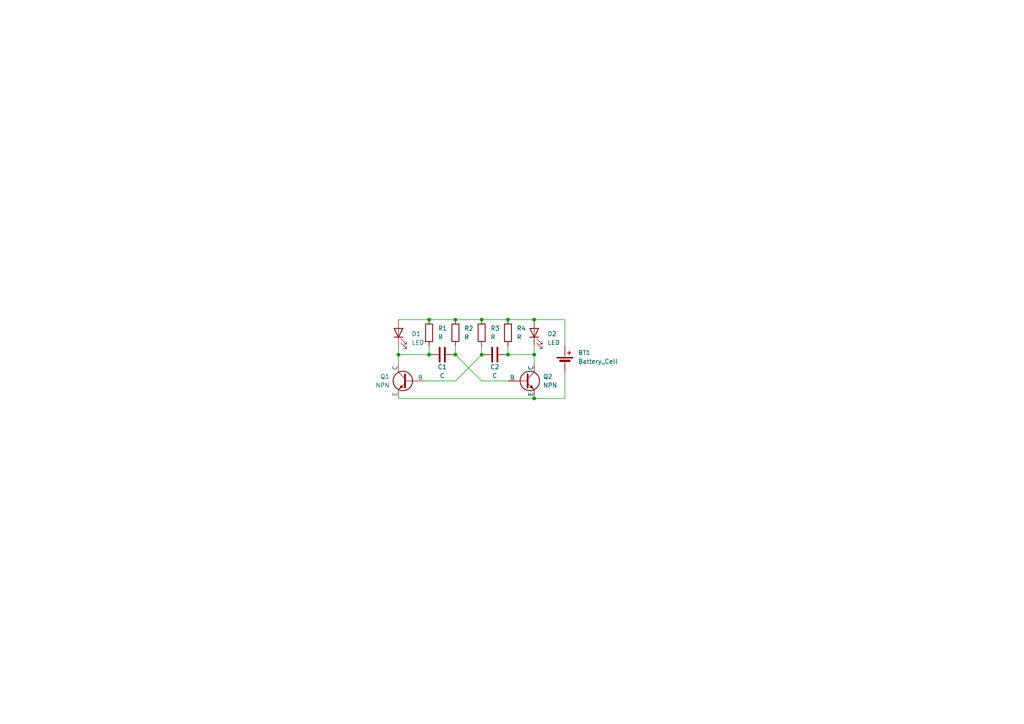
<source format=kicad_sch>
(kicad_sch (version 20250114) (generator "eeschema") (generator_version "9.0")
  (paper "A4")
  (lib_symbols
    (symbol "Device:Battery_Cell" (pin_numbers (hide yes)) (pin_names (offset 0) (hide yes))
      (property "Reference" "BT" (at 2.54 2.54 0))
      (property "Value" "Battery_Cell" (at 2.54 0 0))
      (symbol "Battery_Cell_0_1"
        (rectangle (start -2.286 1.778) (end 2.286 1.524) (fill (type outline)))
        (rectangle (start -1.524 1.016) (end 1.524 0.508) (fill (type outline)))
        (polyline (pts (xy 0 1.778) (xy 0 2.54)))
        (polyline (pts (xy 0 0.762) (xy 0 0)))
        (polyline (pts (xy 0.762 3.048) (xy 1.778 3.048)) (stroke (width 0.254)))
        (polyline (pts (xy 1.27 3.556) (xy 1.27 2.54)) (stroke (width 0.254)))
      )
      (symbol "Battery_Cell_1_1"
        (pin passive line (at 0 5.08 270) (length 2.54) (name "+") (number "1"))
        (pin passive line (at 0 -2.54 90) (length 2.54) (name "-") (number "2"))
      )
    )
    (symbol "Device:C" (pin_numbers (hide yes)) (pin_names (offset 0.254))
      (property "Reference" "C" (at 0.635 2.54 0))
      (property "Value" "C" (at 0.635 -2.54 0))
      (symbol "C_0_1"
        (polyline (pts (xy -2.032 0.762) (xy 2.032 0.762)) (stroke (width 0.508)))
        (polyline (pts (xy -2.032 -0.762) (xy 2.032 -0.762)) (stroke (width 0.508)))
      )
      (symbol "C_1_1"
        (pin passive line (at 0 3.81 270) (length 2.794) (name "~") (number "1"))
        (pin passive line (at 0 -3.81 90) (length 2.794) (name "~") (number "2"))
      )
    )
    (symbol "Device:LED" (pin_numbers (hide yes)) (pin_names (offset 1.016) (hide yes))
      (property "Reference" "D" (at 0 2.54 0))
      (property "Value" "LED" (at 0 -2.54 0))
      (symbol "LED_0_1"
        (polyline (pts (xy -3.048 -0.762) (xy -4.572 -2.286) (xy -3.81 -2.286) (xy -4.572 -2.286) (xy -4.572 -1.524)))
        (polyline (pts (xy -1.778 -0.762) (xy -3.302 -2.286) (xy -2.54 -2.286) (xy -3.302 -2.286) (xy -3.302 -1.524)))
        (polyline (pts (xy -1.27 0) (xy 1.27 0)))
        (polyline (pts (xy -1.27 -1.27) (xy -1.27 1.27)) (stroke (width 0.254)))
        (polyline (pts (xy 1.27 -1.27) (xy 1.27 1.27) (xy -1.27 0) (xy 1.27 -1.27)) (stroke (width 0.254)))
      )
      (symbol "LED_1_1"
        (pin passive line (at -3.81 0 0) (length 2.54) (name "K") (number "1"))
        (pin passive line (at 3.81 0 180) (length 2.54) (name "A") (number "2"))
      )
    )
    (symbol "Device:R" (pin_numbers (hide yes)) (pin_names (offset 0))
      (property "Reference" "R" (at 2.032 0 90))
      (property "Value" "R" (at 0 0 90))
      (symbol "R_0_1"
        (rectangle (start -1.016 -2.54) (end 1.016 2.54) (stroke (width 0.254)))
      )
      (symbol "R_1_1"
        (pin passive line (at 0 3.81 270) (length 1.27) (name "~") (number "1"))
        (pin passive line (at 0 -3.81 90) (length 1.27) (name "~") (number "2"))
      )
    )
    (symbol "Simulation_SPICE:NPN" (pin_numbers (hide yes)) (pin_names (offset 0))
      (property "Reference" "Q" (at -2.54 7.62 0))
      (property "Value" "NPN" (at -2.54 5.08 0))
      (symbol "NPN_0_1"
        (polyline (pts (xy -2.54 0) (xy 0.635 0)) (stroke (width 0.1524)))
        (polyline (pts (xy 0.635 1.905) (xy 0.635 -1.905) (xy 0.635 -1.905)) (stroke (width 0.508)))
        (polyline (pts (xy 0.635 0.635) (xy 2.54 2.54)))
        (polyline (pts (xy 0.635 -0.635) (xy 2.54 -2.54) (xy 2.54 -2.54)))
        (circle (center 1.27 0) (radius 2.8194) (stroke (width 0.254)))
        (polyline (pts (xy 1.27 -1.778) (xy 1.778 -1.27) (xy 2.286 -2.286) (xy 1.27 -1.778) (xy 1.27 -1.778)) (fill (type outline)))
        (polyline (pts (xy 2.794 -1.27) (xy 2.794 -1.27)) (stroke (width 0.1524)))
        (polyline (pts (xy 2.794 -1.27) (xy 2.794 -1.27)) (stroke (width 0.1524)))
      )
      (symbol "NPN_1_1"
        (pin input line (at -5.08 0 0) (length 2.54) (name "B") (number "2"))
        (pin open_collector line (at 2.54 5.08 270) (length 2.54) (name "C") (number "1"))
        (pin open_emitter line (at 2.54 -5.08 90) (length 2.54) (name "E") (number "3"))
      )
    )
  )
  (junction (at 124.46 102.87))
  (junction (at 154.94 102.87))
  (junction (at 139.7 102.87))
  (junction (at 147.32 92.71))
  (junction (at 154.94 92.71))
  (junction (at 132.08 102.87))
  (junction (at 147.32 102.87))
  (junction (at 154.94 115.57))
  (junction (at 139.7 92.71))
  (junction (at 132.08 92.71))
  (junction (at 115.57 102.87))
  (junction (at 124.46 92.71))
  (wire (pts (xy 139.7 102.87) (xy 139.7 100.33)))
  (wire (pts (xy 139.7 110.49) (xy 132.08 102.87)))
  (wire (pts (xy 147.32 102.87) (xy 147.32 100.33)))
  (wire (pts (xy 115.57 115.57) (xy 154.94 115.57)))
  (wire (pts (xy 115.57 92.71) (xy 124.46 92.71)))
  (wire (pts (xy 124.46 102.87) (xy 124.46 100.33)))
  (wire (pts (xy 132.08 110.49) (xy 139.7 102.87)))
  (wire (pts (xy 132.08 102.87) (xy 132.08 100.33)))
  (wire (pts (xy 147.32 102.87) (xy 154.94 102.87)))
  (wire (pts (xy 147.32 92.71) (xy 154.94 92.71)))
  (wire (pts (xy 123.19 110.49) (xy 132.08 110.49)))
  (wire (pts (xy 163.83 92.71) (xy 163.83 100.33)))
  (wire (pts (xy 154.94 102.87) (xy 154.94 105.41)))
  (wire (pts (xy 124.46 92.71) (xy 132.08 92.71)))
  (wire (pts (xy 139.7 92.71) (xy 147.32 92.71)))
  (wire (pts (xy 147.32 110.49) (xy 139.7 110.49)))
  (wire (pts (xy 115.57 102.87) (xy 124.46 102.87)))
  (wire (pts (xy 163.83 115.57) (xy 154.94 115.57)))
  (wire (pts (xy 132.08 92.71) (xy 139.7 92.71)))
  (wire (pts (xy 163.83 107.95) (xy 163.83 115.57)))
  (wire (pts (xy 154.94 92.71) (xy 163.83 92.71)))
  (wire (pts (xy 154.94 100.33) (xy 154.94 102.87)))
  (wire (pts (xy 115.57 100.33) (xy 115.57 102.87)))
  (wire (pts (xy 115.57 102.87) (xy 115.57 105.41)))
  (symbol (lib_id "Device:R") (at 139.7 96.52 0) (unit 1)
    (property "Reference" "R3" (at 142.24 95.2499 0) (effects (justify left)))
    (property "Value" "R" (at 142.24 97.7899 0) (effects (justify left)))
    (property "Footprint" "Resistor_THT:R_Axial_DIN0207_L6.3mm_D2.5mm_P7.62mm_Horizontal" (effects (hide yes)))
    (property "Description" "Resistor" (effects (hide yes)))
  )
  (symbol (lib_id "Device:R") (at 147.32 96.52 0) (unit 1)
    (property "Reference" "R4" (at 149.86 95.2499 0) (effects (justify left)))
    (property "Value" "R" (at 149.86 97.7899 0) (effects (justify left)))
    (property "Footprint" "Resistor_THT:R_Axial_DIN0207_L6.3mm_D2.5mm_P7.62mm_Horizontal" (effects (hide yes)))
    (property "Description" "Resistor" (effects (hide yes)))
  )
  (symbol (lib_id "Simulation_SPICE:NPN") (at 118.11 110.49 0) (mirror y) (unit 1)
    (property "Reference" "Q1" (at 113.03 109.2199 0) (effects (justify left)))
    (property "Value" "NPN" (at 113.03 111.7599 0) (effects (justify left)))
    (property "Footprint" "Package_TO_SOT_THT:TO-92L_HandSolder" (effects (hide yes)))
    (property "Datasheet" "https://ngspice.sourceforge.io/docs/ngspice-html-manual/manual.xhtml#cha_BJTs" (effects (hide yes)))
    (property "Description" "Bipolar transistor symbol for simulation only, substrate tied to the emitter" (effects (hide yes)))
    (property "Sim.Device" "NPN" (effects (hide yes)))
    (property "Sim.Type" "GUMMELPOON" (effects (hide yes)))
    (property "Sim.Pins" "1=C 2=B 3=E" (effects (hide yes)))
  )
  (symbol (lib_id "Device:LED") (at 115.57 96.52 90) (unit 1)
    (property "Reference" "D1" (at 119.38 96.8374 90) (effects (justify right)))
    (property "Value" "LED" (at 119.38 99.3774 90) (effects (justify right)))
    (property "Footprint" "LED_THT:LED_D5.0mm" (effects (hide yes)))
    (property "Description" "Light emitting diode" (effects (hide yes)))
    (property "Sim.Pins" "1=K 2=A" (effects (hide yes)))
  )
  (symbol (lib_id "Simulation_SPICE:NPN") (at 152.4 110.49 0) (unit 1)
    (property "Reference" "Q2" (at 157.48 109.2199 0) (effects (justify left)))
    (property "Value" "NPN" (at 157.48 111.7599 0) (effects (justify left)))
    (property "Footprint" "Package_TO_SOT_THT:TO-92L_HandSolder" (effects (hide yes)))
    (property "Datasheet" "https://ngspice.sourceforge.io/docs/ngspice-html-manual/manual.xhtml#cha_BJTs" (effects (hide yes)))
    (property "Description" "Bipolar transistor symbol for simulation only, substrate tied to the emitter" (effects (hide yes)))
    (property "Sim.Device" "NPN" (effects (hide yes)))
    (property "Sim.Type" "GUMMELPOON" (effects (hide yes)))
    (property "Sim.Pins" "1=C 2=B 3=E" (effects (hide yes)))
  )
  (symbol (lib_id "Device:R") (at 124.46 96.52 0) (unit 1)
    (property "Reference" "R1" (at 127 95.2499 0) (effects (justify left)))
    (property "Value" "R" (at 127 97.7899 0) (effects (justify left)))
    (property "Footprint" "Resistor_THT:R_Axial_DIN0207_L6.3mm_D2.5mm_P7.62mm_Horizontal" (effects (hide yes)))
    (property "Description" "Resistor" (effects (hide yes)))
  )
  (symbol (lib_id "Device:Battery_Cell") (at 163.83 105.41 0) (unit 1)
    (property "Reference" "BT1" (at 167.64 102.2984 0) (effects (justify left)))
    (property "Value" "Battery_Cell" (at 167.64 104.8384 0) (effects (justify left)))
    (property "Footprint" "Battery:BatteryHolder_Keystone_3034_1x20mm" (effects (hide yes)))
    (property "Description" "Single-cell battery" (effects (hide yes)))
  )
  (symbol (lib_id "Device:LED") (at 154.94 96.52 90) (unit 1)
    (property "Reference" "D2" (at 158.75 96.8374 90) (effects (justify right)))
    (property "Value" "LED" (at 158.75 99.3774 90) (effects (justify right)))
    (property "Footprint" "LED_THT:LED_D5.0mm" (effects (hide yes)))
    (property "Description" "Light emitting diode" (effects (hide yes)))
    (property "Sim.Pins" "1=K 2=A" (effects (hide yes)))
  )
  (symbol (lib_id "Device:C") (at 128.27 102.87 90) (unit 1)
    (property "Reference" "C1" (at 128.27 106.426 90))
    (property "Value" "C" (at 128.27 108.966 90))
    (property "Footprint" "Capacitor_THT:CP_Radial_D8.0mm_P5.00mm" (effects (hide yes)))
    (property "Description" "Unpolarized capacitor" (effects (hide yes)))
  )
  (symbol (lib_id "Device:C") (at 143.51 102.87 90) (unit 1)
    (property "Reference" "C2" (at 143.51 106.426 90))
    (property "Value" "C" (at 143.51 108.966 90))
    (property "Footprint" "Capacitor_THT:CP_Radial_D8.0mm_P5.00mm" (effects (hide yes)))
    (property "Description" "Unpolarized capacitor" (effects (hide yes)))
  )
  (symbol (lib_id "Device:R") (at 132.08 96.52 0) (unit 1)
    (property "Reference" "R2" (at 134.62 95.2499 0) (effects (justify left)))
    (property "Value" "R" (at 134.62 97.7899 0) (effects (justify left)))
    (property "Footprint" "Resistor_THT:R_Axial_DIN0207_L6.3mm_D2.5mm_P7.62mm_Horizontal" (effects (hide yes)))
    (property "Description" "Resistor" (effects (hide yes)))
  )
)
</source>
